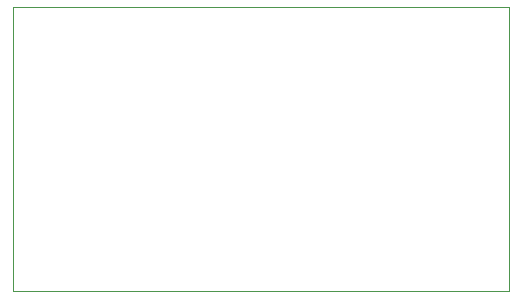
<source format=gbr>
%TF.GenerationSoftware,KiCad,Pcbnew,(5.1.6)-1*%
%TF.CreationDate,2020-11-02T22:50:54-07:00*%
%TF.ProjectId,single_driver,73696e67-6c65-45f6-9472-697665722e6b,rev?*%
%TF.SameCoordinates,Original*%
%TF.FileFunction,Profile,NP*%
%FSLAX46Y46*%
G04 Gerber Fmt 4.6, Leading zero omitted, Abs format (unit mm)*
G04 Created by KiCad (PCBNEW (5.1.6)-1) date 2020-11-02 22:50:54*
%MOMM*%
%LPD*%
G01*
G04 APERTURE LIST*
%TA.AperFunction,Profile*%
%ADD10C,0.050000*%
%TD*%
G04 APERTURE END LIST*
D10*
X138000000Y-92000000D02*
X180000000Y-92000000D01*
X138000000Y-116000000D02*
X138000000Y-92000000D01*
X180000000Y-116000000D02*
X138000000Y-116000000D01*
X180000000Y-92000000D02*
X180000000Y-116000000D01*
M02*

</source>
